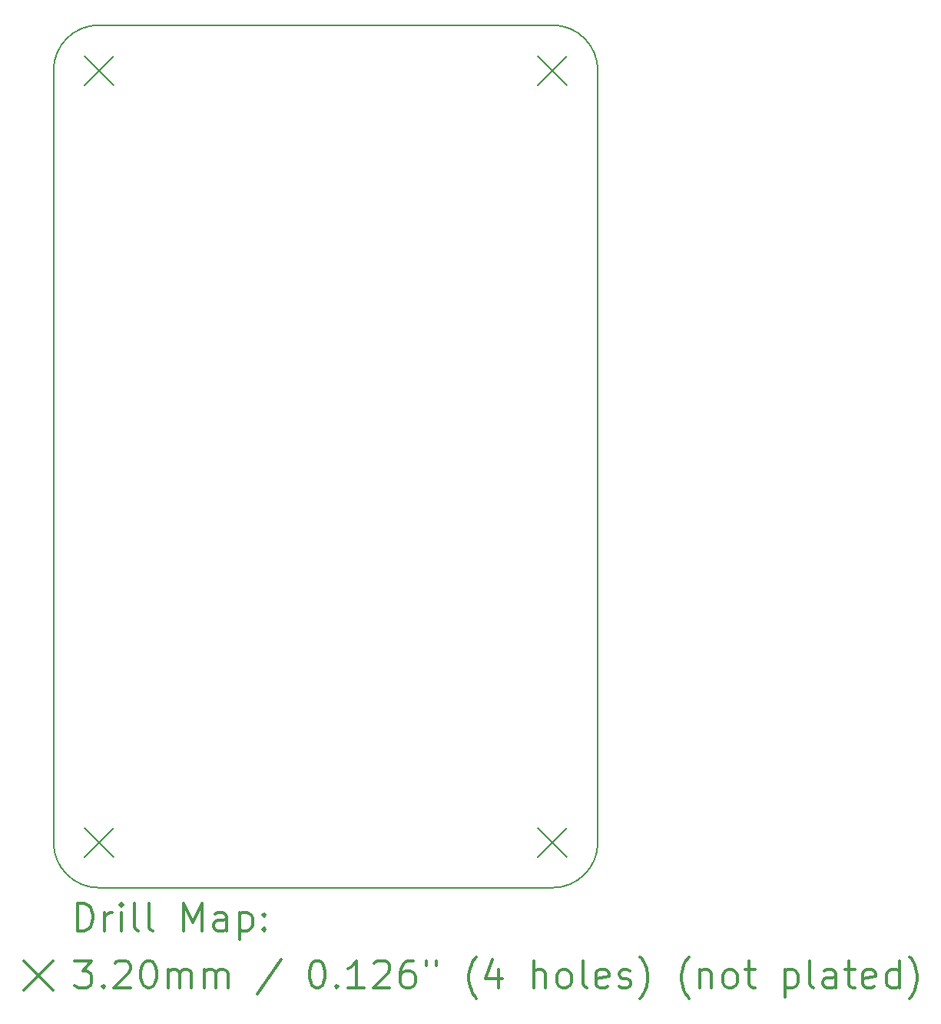
<source format=gbr>
%FSLAX45Y45*%
G04 Gerber Fmt 4.5, Leading zero omitted, Abs format (unit mm)*
G04 Created by KiCad (PCBNEW 4.0.6) date 10/14/17 15:25:13*
%MOMM*%
%LPD*%
G01*
G04 APERTURE LIST*
%ADD10C,0.127000*%
%ADD11C,0.150000*%
%ADD12C,0.200000*%
%ADD13C,0.300000*%
G04 APERTURE END LIST*
D10*
D11*
X15500000Y-5000000D02*
G75*
G03X15000000Y-5500000I0J-500000D01*
G01*
X21000000Y-5500000D02*
G75*
G03X20500000Y-5000000I-500000J0D01*
G01*
X15500000Y-5000000D02*
X20500000Y-5000000D01*
X15500000Y-14500000D02*
X20500000Y-14500000D01*
X15000000Y-14000000D02*
G75*
G03X15500000Y-14500000I500000J0D01*
G01*
X20500000Y-14500000D02*
G75*
G03X21000000Y-14000000I0J500000D01*
G01*
X21000000Y-5500000D02*
X21000000Y-14000000D01*
X15000000Y-14000000D02*
X15000000Y-5500000D01*
D12*
X15340000Y-5340000D02*
X15660000Y-5660000D01*
X15660000Y-5340000D02*
X15340000Y-5660000D01*
X15340000Y-13840000D02*
X15660000Y-14160000D01*
X15660000Y-13840000D02*
X15340000Y-14160000D01*
X20340000Y-5340000D02*
X20660000Y-5660000D01*
X20660000Y-5340000D02*
X20340000Y-5660000D01*
X20340000Y-13840000D02*
X20660000Y-14160000D01*
X20660000Y-13840000D02*
X20340000Y-14160000D01*
D13*
X15263928Y-14973214D02*
X15263928Y-14673214D01*
X15335357Y-14673214D01*
X15378214Y-14687500D01*
X15406786Y-14716071D01*
X15421071Y-14744643D01*
X15435357Y-14801786D01*
X15435357Y-14844643D01*
X15421071Y-14901786D01*
X15406786Y-14930357D01*
X15378214Y-14958929D01*
X15335357Y-14973214D01*
X15263928Y-14973214D01*
X15563928Y-14973214D02*
X15563928Y-14773214D01*
X15563928Y-14830357D02*
X15578214Y-14801786D01*
X15592500Y-14787500D01*
X15621071Y-14773214D01*
X15649643Y-14773214D01*
X15749643Y-14973214D02*
X15749643Y-14773214D01*
X15749643Y-14673214D02*
X15735357Y-14687500D01*
X15749643Y-14701786D01*
X15763928Y-14687500D01*
X15749643Y-14673214D01*
X15749643Y-14701786D01*
X15935357Y-14973214D02*
X15906786Y-14958929D01*
X15892500Y-14930357D01*
X15892500Y-14673214D01*
X16092500Y-14973214D02*
X16063928Y-14958929D01*
X16049643Y-14930357D01*
X16049643Y-14673214D01*
X16435357Y-14973214D02*
X16435357Y-14673214D01*
X16535357Y-14887500D01*
X16635357Y-14673214D01*
X16635357Y-14973214D01*
X16906786Y-14973214D02*
X16906786Y-14816071D01*
X16892500Y-14787500D01*
X16863929Y-14773214D01*
X16806786Y-14773214D01*
X16778214Y-14787500D01*
X16906786Y-14958929D02*
X16878214Y-14973214D01*
X16806786Y-14973214D01*
X16778214Y-14958929D01*
X16763928Y-14930357D01*
X16763928Y-14901786D01*
X16778214Y-14873214D01*
X16806786Y-14858929D01*
X16878214Y-14858929D01*
X16906786Y-14844643D01*
X17049643Y-14773214D02*
X17049643Y-15073214D01*
X17049643Y-14787500D02*
X17078214Y-14773214D01*
X17135357Y-14773214D01*
X17163929Y-14787500D01*
X17178214Y-14801786D01*
X17192500Y-14830357D01*
X17192500Y-14916071D01*
X17178214Y-14944643D01*
X17163929Y-14958929D01*
X17135357Y-14973214D01*
X17078214Y-14973214D01*
X17049643Y-14958929D01*
X17321071Y-14944643D02*
X17335357Y-14958929D01*
X17321071Y-14973214D01*
X17306786Y-14958929D01*
X17321071Y-14944643D01*
X17321071Y-14973214D01*
X17321071Y-14787500D02*
X17335357Y-14801786D01*
X17321071Y-14816071D01*
X17306786Y-14801786D01*
X17321071Y-14787500D01*
X17321071Y-14816071D01*
X14672500Y-15307500D02*
X14992500Y-15627500D01*
X14992500Y-15307500D02*
X14672500Y-15627500D01*
X15235357Y-15303214D02*
X15421071Y-15303214D01*
X15321071Y-15417500D01*
X15363928Y-15417500D01*
X15392500Y-15431786D01*
X15406786Y-15446071D01*
X15421071Y-15474643D01*
X15421071Y-15546071D01*
X15406786Y-15574643D01*
X15392500Y-15588929D01*
X15363928Y-15603214D01*
X15278214Y-15603214D01*
X15249643Y-15588929D01*
X15235357Y-15574643D01*
X15549643Y-15574643D02*
X15563928Y-15588929D01*
X15549643Y-15603214D01*
X15535357Y-15588929D01*
X15549643Y-15574643D01*
X15549643Y-15603214D01*
X15678214Y-15331786D02*
X15692500Y-15317500D01*
X15721071Y-15303214D01*
X15792500Y-15303214D01*
X15821071Y-15317500D01*
X15835357Y-15331786D01*
X15849643Y-15360357D01*
X15849643Y-15388929D01*
X15835357Y-15431786D01*
X15663928Y-15603214D01*
X15849643Y-15603214D01*
X16035357Y-15303214D02*
X16063928Y-15303214D01*
X16092500Y-15317500D01*
X16106786Y-15331786D01*
X16121071Y-15360357D01*
X16135357Y-15417500D01*
X16135357Y-15488929D01*
X16121071Y-15546071D01*
X16106786Y-15574643D01*
X16092500Y-15588929D01*
X16063928Y-15603214D01*
X16035357Y-15603214D01*
X16006786Y-15588929D01*
X15992500Y-15574643D01*
X15978214Y-15546071D01*
X15963928Y-15488929D01*
X15963928Y-15417500D01*
X15978214Y-15360357D01*
X15992500Y-15331786D01*
X16006786Y-15317500D01*
X16035357Y-15303214D01*
X16263928Y-15603214D02*
X16263928Y-15403214D01*
X16263928Y-15431786D02*
X16278214Y-15417500D01*
X16306786Y-15403214D01*
X16349643Y-15403214D01*
X16378214Y-15417500D01*
X16392500Y-15446071D01*
X16392500Y-15603214D01*
X16392500Y-15446071D02*
X16406786Y-15417500D01*
X16435357Y-15403214D01*
X16478214Y-15403214D01*
X16506786Y-15417500D01*
X16521071Y-15446071D01*
X16521071Y-15603214D01*
X16663928Y-15603214D02*
X16663928Y-15403214D01*
X16663928Y-15431786D02*
X16678214Y-15417500D01*
X16706786Y-15403214D01*
X16749643Y-15403214D01*
X16778214Y-15417500D01*
X16792500Y-15446071D01*
X16792500Y-15603214D01*
X16792500Y-15446071D02*
X16806786Y-15417500D01*
X16835357Y-15403214D01*
X16878214Y-15403214D01*
X16906786Y-15417500D01*
X16921071Y-15446071D01*
X16921071Y-15603214D01*
X17506786Y-15288929D02*
X17249643Y-15674643D01*
X17892500Y-15303214D02*
X17921071Y-15303214D01*
X17949643Y-15317500D01*
X17963928Y-15331786D01*
X17978214Y-15360357D01*
X17992500Y-15417500D01*
X17992500Y-15488929D01*
X17978214Y-15546071D01*
X17963928Y-15574643D01*
X17949643Y-15588929D01*
X17921071Y-15603214D01*
X17892500Y-15603214D01*
X17863928Y-15588929D01*
X17849643Y-15574643D01*
X17835357Y-15546071D01*
X17821071Y-15488929D01*
X17821071Y-15417500D01*
X17835357Y-15360357D01*
X17849643Y-15331786D01*
X17863928Y-15317500D01*
X17892500Y-15303214D01*
X18121071Y-15574643D02*
X18135357Y-15588929D01*
X18121071Y-15603214D01*
X18106786Y-15588929D01*
X18121071Y-15574643D01*
X18121071Y-15603214D01*
X18421071Y-15603214D02*
X18249643Y-15603214D01*
X18335357Y-15603214D02*
X18335357Y-15303214D01*
X18306786Y-15346071D01*
X18278214Y-15374643D01*
X18249643Y-15388929D01*
X18535357Y-15331786D02*
X18549643Y-15317500D01*
X18578214Y-15303214D01*
X18649643Y-15303214D01*
X18678214Y-15317500D01*
X18692500Y-15331786D01*
X18706786Y-15360357D01*
X18706786Y-15388929D01*
X18692500Y-15431786D01*
X18521071Y-15603214D01*
X18706786Y-15603214D01*
X18963928Y-15303214D02*
X18906786Y-15303214D01*
X18878214Y-15317500D01*
X18863928Y-15331786D01*
X18835357Y-15374643D01*
X18821071Y-15431786D01*
X18821071Y-15546071D01*
X18835357Y-15574643D01*
X18849643Y-15588929D01*
X18878214Y-15603214D01*
X18935357Y-15603214D01*
X18963928Y-15588929D01*
X18978214Y-15574643D01*
X18992500Y-15546071D01*
X18992500Y-15474643D01*
X18978214Y-15446071D01*
X18963928Y-15431786D01*
X18935357Y-15417500D01*
X18878214Y-15417500D01*
X18849643Y-15431786D01*
X18835357Y-15446071D01*
X18821071Y-15474643D01*
X19106786Y-15303214D02*
X19106786Y-15360357D01*
X19221071Y-15303214D02*
X19221071Y-15360357D01*
X19663928Y-15717500D02*
X19649643Y-15703214D01*
X19621071Y-15660357D01*
X19606786Y-15631786D01*
X19592500Y-15588929D01*
X19578214Y-15517500D01*
X19578214Y-15460357D01*
X19592500Y-15388929D01*
X19606786Y-15346071D01*
X19621071Y-15317500D01*
X19649643Y-15274643D01*
X19663928Y-15260357D01*
X19906786Y-15403214D02*
X19906786Y-15603214D01*
X19835357Y-15288929D02*
X19763928Y-15503214D01*
X19949643Y-15503214D01*
X20292500Y-15603214D02*
X20292500Y-15303214D01*
X20421071Y-15603214D02*
X20421071Y-15446071D01*
X20406786Y-15417500D01*
X20378214Y-15403214D01*
X20335357Y-15403214D01*
X20306786Y-15417500D01*
X20292500Y-15431786D01*
X20606786Y-15603214D02*
X20578214Y-15588929D01*
X20563928Y-15574643D01*
X20549643Y-15546071D01*
X20549643Y-15460357D01*
X20563928Y-15431786D01*
X20578214Y-15417500D01*
X20606786Y-15403214D01*
X20649643Y-15403214D01*
X20678214Y-15417500D01*
X20692500Y-15431786D01*
X20706786Y-15460357D01*
X20706786Y-15546071D01*
X20692500Y-15574643D01*
X20678214Y-15588929D01*
X20649643Y-15603214D01*
X20606786Y-15603214D01*
X20878214Y-15603214D02*
X20849643Y-15588929D01*
X20835357Y-15560357D01*
X20835357Y-15303214D01*
X21106786Y-15588929D02*
X21078214Y-15603214D01*
X21021071Y-15603214D01*
X20992500Y-15588929D01*
X20978214Y-15560357D01*
X20978214Y-15446071D01*
X20992500Y-15417500D01*
X21021071Y-15403214D01*
X21078214Y-15403214D01*
X21106786Y-15417500D01*
X21121071Y-15446071D01*
X21121071Y-15474643D01*
X20978214Y-15503214D01*
X21235357Y-15588929D02*
X21263929Y-15603214D01*
X21321071Y-15603214D01*
X21349643Y-15588929D01*
X21363929Y-15560357D01*
X21363929Y-15546071D01*
X21349643Y-15517500D01*
X21321071Y-15503214D01*
X21278214Y-15503214D01*
X21249643Y-15488929D01*
X21235357Y-15460357D01*
X21235357Y-15446071D01*
X21249643Y-15417500D01*
X21278214Y-15403214D01*
X21321071Y-15403214D01*
X21349643Y-15417500D01*
X21463928Y-15717500D02*
X21478214Y-15703214D01*
X21506786Y-15660357D01*
X21521071Y-15631786D01*
X21535357Y-15588929D01*
X21549643Y-15517500D01*
X21549643Y-15460357D01*
X21535357Y-15388929D01*
X21521071Y-15346071D01*
X21506786Y-15317500D01*
X21478214Y-15274643D01*
X21463928Y-15260357D01*
X22006786Y-15717500D02*
X21992500Y-15703214D01*
X21963928Y-15660357D01*
X21949643Y-15631786D01*
X21935357Y-15588929D01*
X21921071Y-15517500D01*
X21921071Y-15460357D01*
X21935357Y-15388929D01*
X21949643Y-15346071D01*
X21963928Y-15317500D01*
X21992500Y-15274643D01*
X22006786Y-15260357D01*
X22121071Y-15403214D02*
X22121071Y-15603214D01*
X22121071Y-15431786D02*
X22135357Y-15417500D01*
X22163928Y-15403214D01*
X22206786Y-15403214D01*
X22235357Y-15417500D01*
X22249643Y-15446071D01*
X22249643Y-15603214D01*
X22435357Y-15603214D02*
X22406786Y-15588929D01*
X22392500Y-15574643D01*
X22378214Y-15546071D01*
X22378214Y-15460357D01*
X22392500Y-15431786D01*
X22406786Y-15417500D01*
X22435357Y-15403214D01*
X22478214Y-15403214D01*
X22506786Y-15417500D01*
X22521071Y-15431786D01*
X22535357Y-15460357D01*
X22535357Y-15546071D01*
X22521071Y-15574643D01*
X22506786Y-15588929D01*
X22478214Y-15603214D01*
X22435357Y-15603214D01*
X22621071Y-15403214D02*
X22735357Y-15403214D01*
X22663928Y-15303214D02*
X22663928Y-15560357D01*
X22678214Y-15588929D01*
X22706786Y-15603214D01*
X22735357Y-15603214D01*
X23063928Y-15403214D02*
X23063928Y-15703214D01*
X23063928Y-15417500D02*
X23092500Y-15403214D01*
X23149643Y-15403214D01*
X23178214Y-15417500D01*
X23192500Y-15431786D01*
X23206786Y-15460357D01*
X23206786Y-15546071D01*
X23192500Y-15574643D01*
X23178214Y-15588929D01*
X23149643Y-15603214D01*
X23092500Y-15603214D01*
X23063928Y-15588929D01*
X23378214Y-15603214D02*
X23349643Y-15588929D01*
X23335357Y-15560357D01*
X23335357Y-15303214D01*
X23621071Y-15603214D02*
X23621071Y-15446071D01*
X23606786Y-15417500D01*
X23578214Y-15403214D01*
X23521071Y-15403214D01*
X23492500Y-15417500D01*
X23621071Y-15588929D02*
X23592500Y-15603214D01*
X23521071Y-15603214D01*
X23492500Y-15588929D01*
X23478214Y-15560357D01*
X23478214Y-15531786D01*
X23492500Y-15503214D01*
X23521071Y-15488929D01*
X23592500Y-15488929D01*
X23621071Y-15474643D01*
X23721071Y-15403214D02*
X23835357Y-15403214D01*
X23763929Y-15303214D02*
X23763929Y-15560357D01*
X23778214Y-15588929D01*
X23806786Y-15603214D01*
X23835357Y-15603214D01*
X24049643Y-15588929D02*
X24021071Y-15603214D01*
X23963929Y-15603214D01*
X23935357Y-15588929D01*
X23921071Y-15560357D01*
X23921071Y-15446071D01*
X23935357Y-15417500D01*
X23963929Y-15403214D01*
X24021071Y-15403214D01*
X24049643Y-15417500D01*
X24063929Y-15446071D01*
X24063929Y-15474643D01*
X23921071Y-15503214D01*
X24321071Y-15603214D02*
X24321071Y-15303214D01*
X24321071Y-15588929D02*
X24292500Y-15603214D01*
X24235357Y-15603214D01*
X24206786Y-15588929D01*
X24192500Y-15574643D01*
X24178214Y-15546071D01*
X24178214Y-15460357D01*
X24192500Y-15431786D01*
X24206786Y-15417500D01*
X24235357Y-15403214D01*
X24292500Y-15403214D01*
X24321071Y-15417500D01*
X24435357Y-15717500D02*
X24449643Y-15703214D01*
X24478214Y-15660357D01*
X24492500Y-15631786D01*
X24506786Y-15588929D01*
X24521071Y-15517500D01*
X24521071Y-15460357D01*
X24506786Y-15388929D01*
X24492500Y-15346071D01*
X24478214Y-15317500D01*
X24449643Y-15274643D01*
X24435357Y-15260357D01*
M02*

</source>
